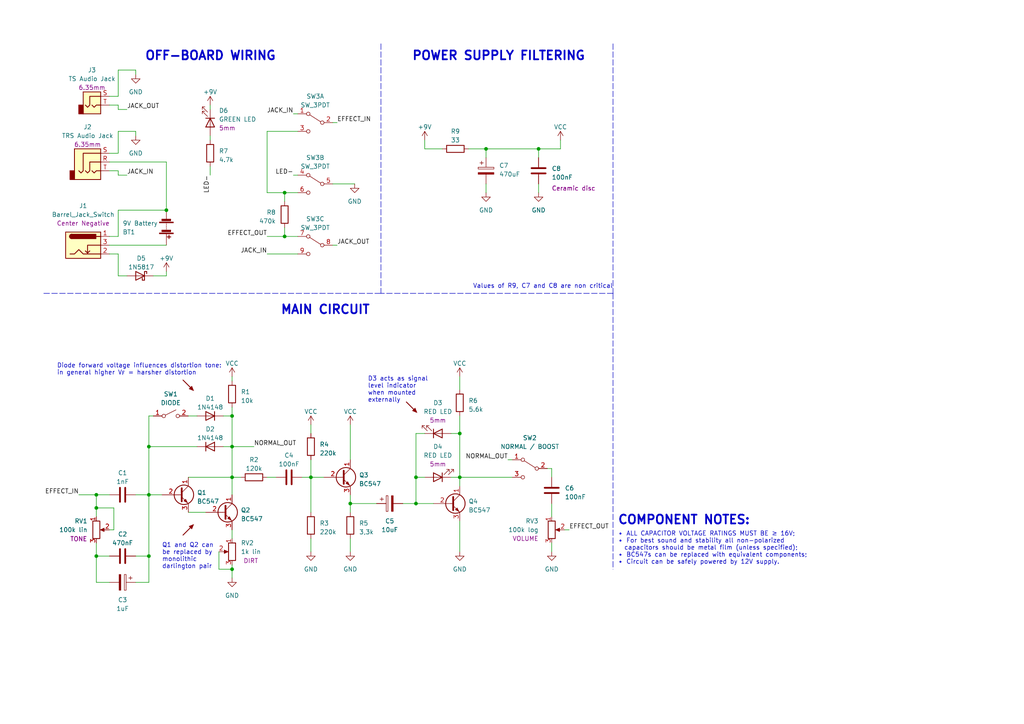
<source format=kicad_sch>
(kicad_sch (version 20230121) (generator eeschema)
  (paper "A4")
  (title_block (title "Overdrive -> Distortion -> Fuzz Pedal") (date "2023-07-02") (rev "1") (comment 1 "of guitar distortion effect (overdrive, distortion and fuzz)") (comment 2 "Guitar effects pedal that tries to emulate the three main categories"))
  (lib_symbols
    (symbol "Connector:Barrel_Jack_Switch" (pin_names hide)
      (property "Reference" "J" (at 0 5.334 0))
      (property "Value" "Barrel_Jack_Switch" (at 0 -5.08 0))
      (symbol "Barrel_Jack_Switch_0_1"
        (rectangle (start -5.08 3.81) (end 5.08 -3.81) (stroke (width 0.254)) (fill (type background)))
        (arc (start -3.302 3.175) (mid -3.9343 2.54) (end -3.302 1.905) (stroke (width 0.254)))
        (arc (start -3.302 3.175) (mid -3.9343 2.54) (end -3.302 1.905) (stroke (width 0.254)) (fill (type outline)))
        (polyline (pts (xy 1.27 -2.286) (xy 1.905 -1.651)) (stroke (width 0.254)))
        (polyline (pts (xy 5.08 2.54) (xy 3.81 2.54)) (stroke (width 0.254)))
        (polyline (pts (xy 5.08 0) (xy 1.27 0) (xy 1.27 -2.286) (xy 0.635 -1.651)) (stroke (width 0.254)))
        (polyline (pts (xy -3.81 -2.54) (xy -2.54 -2.54) (xy -1.27 -1.27) (xy 0 -2.54) (xy 2.54 -2.54) (xy 5.08 -2.54)) (stroke (width 0.254)))
        (rectangle (start 3.683 3.175) (end -3.302 1.905) (stroke (width 0.254)) (fill (type outline)))
      )
      (symbol "Barrel_Jack_Switch_1_1"
        (pin passive line (at 7.62 2.54 180) (length 2.54) (name "~") (number "1"))
        (pin passive line (at 7.62 -2.54 180) (length 2.54) (name "~") (number "2"))
        (pin passive line (at 7.62 0 180) (length 2.54) (name "~") (number "3"))
      )
    )
    (symbol "Connector_Audio:AudioJack2"
      (property "Reference" "J" (at 0 8.89 0))
      (property "Value" "AudioJack2" (at 0 6.35 0))
      (symbol "AudioJack2_0_1"
        (rectangle (start -3.81 0) (end -2.54 -2.54) (stroke (width 0.254)) (fill (type outline)))
        (rectangle (start -2.54 3.81) (end 2.54 -2.54) (stroke (width 0.254)) (fill (type background)))
        (polyline (pts (xy 0 0) (xy 0.635 -0.635) (xy 1.27 0) (xy 2.54 0)) (stroke (width 0.254)))
        (polyline (pts (xy 2.54 2.54) (xy -0.635 2.54) (xy -0.635 0) (xy -1.27 -0.635) (xy -1.905 0)) (stroke (width 0.254)))
      )
      (symbol "AudioJack2_1_1"
        (pin passive line (at 5.08 2.54 180) (length 2.54) (name "~") (number "S"))
        (pin passive line (at 5.08 0 180) (length 2.54) (name "~") (number "T"))
      )
    )
    (symbol "Connector_Audio:AudioJack3"
      (property "Reference" "J" (at 0 8.89 0))
      (property "Value" "AudioJack3" (at 0 6.35 0))
      (symbol "AudioJack3_0_1"
        (rectangle (start -5.08 -5.08) (end -6.35 -2.54) (stroke (width 0.254)) (fill (type outline)))
        (polyline (pts (xy 0 -2.54) (xy 0.635 -3.175) (xy 1.27 -2.54) (xy 2.54 -2.54)) (stroke (width 0.254)))
        (polyline (pts (xy -1.905 -2.54) (xy -1.27 -3.175) (xy -0.635 -2.54) (xy -0.635 0) (xy 2.54 0)) (stroke (width 0.254)))
        (polyline (pts (xy 2.54 2.54) (xy -2.54 2.54) (xy -2.54 -2.54) (xy -3.175 -3.175) (xy -3.81 -2.54)) (stroke (width 0.254)))
        (rectangle (start 2.54 3.81) (end -5.08 -5.08) (stroke (width 0.254)) (fill (type background)))
      )
      (symbol "AudioJack3_1_1"
        (pin passive line (at 5.08 0 180) (length 2.54) (name "~") (number "R"))
        (pin passive line (at 5.08 2.54 180) (length 2.54) (name "~") (number "S"))
        (pin passive line (at 5.08 -2.54 180) (length 2.54) (name "~") (number "T"))
      )
    )
    (symbol "Device:Battery" (pin_numbers hide) (pin_names (offset 0) hide)
      (property "Reference" "BT" (at 2.54 2.54 0))
      (property "Value" "Battery" (at 2.54 0 0))
      (symbol "Battery_0_1"
        (rectangle (start -2.032 -1.397) (end 2.032 -1.651) (fill (type outline)))
        (rectangle (start -2.032 1.778) (end 2.032 1.524) (fill (type outline)))
        (rectangle (start -1.3208 -1.9812) (end 1.27 -2.4892) (fill (type outline)))
        (rectangle (start -1.3208 1.1938) (end 1.27 0.6858) (fill (type outline)))
        (polyline (pts (xy 0 -1.524) (xy 0 -1.27)))
        (polyline (pts (xy 0 -1.016) (xy 0 -0.762)))
        (polyline (pts (xy 0 -0.508) (xy 0 -0.254)))
        (polyline (pts (xy 0 0) (xy 0 0.254)))
        (polyline (pts (xy 0 0.508) (xy 0 0.762)))
        (polyline (pts (xy 0 1.778) (xy 0 2.54)))
        (polyline (pts (xy 0.254 2.667) (xy 1.27 2.667)) (stroke (width 0.254)))
        (polyline (pts (xy 0.762 3.175) (xy 0.762 2.159)) (stroke (width 0.254)))
      )
      (symbol "Battery_1_1"
        (pin passive line (at 0 5.08 270) (length 2.54) (name "+") (number "1"))
        (pin passive line (at 0 -5.08 90) (length 2.54) (name "-") (number "2"))
      )
    )
    (symbol "Device:C" (pin_numbers hide) (pin_names (offset 0.254))
      (property "Reference" "C" (at 0.635 2.54 0))
      (property "Value" "C" (at 0.635 -2.54 0))
      (symbol "C_0_1"
        (polyline (pts (xy -2.032 -0.762) (xy 2.032 -0.762)) (stroke (width 0.508)))
        (polyline (pts (xy -2.032 0.762) (xy 2.032 0.762)) (stroke (width 0.508)))
      )
      (symbol "C_1_1"
        (pin passive line (at 0 3.81 270) (length 2.794) (name "~") (number "1"))
        (pin passive line (at 0 -3.81 90) (length 2.794) (name "~") (number "2"))
      )
    )
    (symbol "Device:C_Polarized" (pin_numbers hide) (pin_names (offset 0.254))
      (property "Reference" "C" (at 0.635 2.54 0))
      (property "Value" "C_Polarized" (at 0.635 -2.54 0))
      (symbol "C_Polarized_0_1"
        (rectangle (start -2.286 0.508) (end 2.286 1.016))
        (polyline (pts (xy -1.778 2.286) (xy -0.762 2.286)))
        (polyline (pts (xy -1.27 2.794) (xy -1.27 1.778)))
        (rectangle (start 2.286 -0.508) (end -2.286 -1.016) (fill (type outline)))
      )
      (symbol "C_Polarized_1_1"
        (pin passive line (at 0 3.81 270) (length 2.794) (name "~") (number "1"))
        (pin passive line (at 0 -3.81 90) (length 2.794) (name "~") (number "2"))
      )
    )
    (symbol "Device:D_Schottky" (pin_numbers hide) (pin_names (offset 1.016) hide)
      (property "Reference" "D" (at 0 2.54 0))
      (property "Value" "D_Schottky" (at 0 -2.54 0))
      (symbol "D_Schottky_0_1"
        (polyline (pts (xy 1.27 0) (xy -1.27 0)))
        (polyline (pts (xy 1.27 1.27) (xy 1.27 -1.27) (xy -1.27 0) (xy 1.27 1.27)) (stroke (width 0.254)))
        (polyline (pts (xy -1.905 0.635) (xy -1.905 1.27) (xy -1.27 1.27) (xy -1.27 -1.27) (xy -0.635 -1.27) (xy -0.635 -0.635)) (stroke (width 0.254)))
      )
      (symbol "D_Schottky_1_1"
        (pin passive line (at -3.81 0 0) (length 2.54) (name "K") (number "1"))
        (pin passive line (at 3.81 0 180) (length 2.54) (name "A") (number "2"))
      )
    )
    (symbol "Device:LED" (pin_numbers hide) (pin_names (offset 1.016) hide)
      (property "Reference" "D" (at 0 2.54 0))
      (property "Value" "LED" (at 0 -2.54 0))
      (symbol "LED_0_1"
        (polyline (pts (xy -1.27 -1.27) (xy -1.27 1.27)) (stroke (width 0.254)))
        (polyline (pts (xy -1.27 0) (xy 1.27 0)))
        (polyline (pts (xy 1.27 -1.27) (xy 1.27 1.27) (xy -1.27 0) (xy 1.27 -1.27)) (stroke (width 0.254)))
        (polyline (pts (xy -3.048 -0.762) (xy -4.572 -2.286) (xy -3.81 -2.286) (xy -4.572 -2.286) (xy -4.572 -1.524)))
        (polyline (pts (xy -1.778 -0.762) (xy -3.302 -2.286) (xy -2.54 -2.286) (xy -3.302 -2.286) (xy -3.302 -1.524)))
      )
      (symbol "LED_1_1"
        (pin passive line (at -3.81 0 0) (length 2.54) (name "K") (number "1"))
        (pin passive line (at 3.81 0 180) (length 2.54) (name "A") (number "2"))
      )
    )
    (symbol "Device:R" (pin_numbers hide) (pin_names (offset 0))
      (property "Reference" "R" (at 2.032 0 90))
      (property "Value" "R" (at 0 0 90))
      (symbol "R_0_1"
        (rectangle (start -1.016 -2.54) (end 1.016 2.54) (stroke (width 0.254)))
      )
      (symbol "R_1_1"
        (pin passive line (at 0 3.81 270) (length 1.27) (name "~") (number "1"))
        (pin passive line (at 0 -3.81 90) (length 1.27) (name "~") (number "2"))
      )
    )
    (symbol "Device:R_Potentiometer" (pin_names (offset 1.016) hide)
      (property "Reference" "RV" (at -4.445 0 90))
      (property "Value" "R_Potentiometer" (at -2.54 0 90))
      (symbol "R_Potentiometer_0_1"
        (polyline (pts (xy 2.54 0) (xy 1.524 0)))
        (polyline (pts (xy 1.143 0) (xy 2.286 0.508) (xy 2.286 -0.508) (xy 1.143 0)) (fill (type outline)))
        (rectangle (start 1.016 2.54) (end -1.016 -2.54) (stroke (width 0.254)))
      )
      (symbol "R_Potentiometer_1_1"
        (pin passive line (at 0 3.81 270) (length 1.27) (name "1") (number "1"))
        (pin passive line (at 3.81 0 180) (length 1.27) (name "2") (number "2"))
        (pin passive line (at 0 -3.81 90) (length 1.27) (name "3") (number "3"))
      )
    )
    (symbol "Diode:1N4148" (pin_numbers hide) (pin_names hide)
      (property "Reference" "D" (at 0 2.54 0))
      (property "Value" "1N4148" (at 0 -2.54 0))
      (symbol "1N4148_0_1"
        (polyline (pts (xy -1.27 1.27) (xy -1.27 -1.27)) (stroke (width 0.254)))
        (polyline (pts (xy 1.27 0) (xy -1.27 0)))
        (polyline (pts (xy 1.27 1.27) (xy 1.27 -1.27) (xy -1.27 0) (xy 1.27 1.27)) (stroke (width 0.254)))
      )
      (symbol "1N4148_1_1"
        (pin passive line (at -3.81 0 0) (length 2.54) (name "K") (number "1"))
        (pin passive line (at 3.81 0 180) (length 2.54) (name "A") (number "2"))
      )
    )
    (symbol "Graphic:SYM_Arrow45_Small" (in_bom no) (on_board no)
      (symbol "SYM_Arrow45_Small_0_1"
        (polyline (pts (xy 1.27 -1.27) (xy -1.524 1.524)) (stroke (width 0.254)))
        (polyline (pts (xy 1.524 -1.524) (xy 0.254 -1.016) (xy 1.016 -0.254) (xy 1.524 -1.524)) (fill (type outline)))
      )
    )
    (symbol "Switch:SW_3PDT" (pin_names (offset 0) hide)
      (property "Reference" "SW" (at 0 4.318 0))
      (property "Value" "SW_3PDT" (at 0 -5.08 0))
      (symbol "SW_3PDT_0_0"
        (circle (center -2.032 0) (radius 0.508))
        (circle (center 2.032 -2.54) (radius 0.508))
      )
      (symbol "SW_3PDT_0_1"
        (polyline (pts (xy -1.524 0.254) (xy 1.651 2.286)))
        (circle (center 2.032 2.54) (radius 0.508))
      )
      (symbol "SW_3PDT_1_1"
        (pin passive line (at 5.08 2.54 180) (length 2.54) (name "A") (number "1"))
        (pin passive line (at -5.08 0 0) (length 2.54) (name "B") (number "2"))
        (pin passive line (at 5.08 -2.54 180) (length 2.54) (name "C") (number "3"))
      )
      (symbol "SW_3PDT_2_1"
        (pin passive line (at 5.08 2.54 180) (length 2.54) (name "A") (number "4"))
        (pin passive line (at -5.08 0 0) (length 2.54) (name "B") (number "5"))
        (pin passive line (at 5.08 -2.54 180) (length 2.54) (name "C") (number "6"))
      )
      (symbol "SW_3PDT_3_1"
        (pin passive line (at 5.08 2.54 180) (length 2.54) (name "A") (number "7"))
        (pin passive line (at -5.08 0 0) (length 2.54) (name "B") (number "8"))
        (pin passive line (at 5.08 -2.54 180) (length 2.54) (name "C") (number "9"))
      )
    )
    (symbol "Switch:SW_SPDT" (pin_names (offset 0) hide)
      (property "Reference" "SW" (at 0 4.318 0))
      (property "Value" "SW_SPDT" (at 0 -5.08 0))
      (symbol "SW_SPDT_0_0"
        (circle (center -2.032 0) (radius 0.508))
        (circle (center 2.032 -2.54) (radius 0.508))
      )
      (symbol "SW_SPDT_0_1"
        (polyline (pts (xy -1.524 0.254) (xy 1.651 2.286)))
        (circle (center 2.032 2.54) (radius 0.508))
      )
      (symbol "SW_SPDT_1_1"
        (pin passive line (at 5.08 2.54 180) (length 2.54) (name "A") (number "1"))
        (pin passive line (at -5.08 0 0) (length 2.54) (name "B") (number "2"))
        (pin passive line (at 5.08 -2.54 180) (length 2.54) (name "C") (number "3"))
      )
    )
    (symbol "Switch:SW_SPST" (pin_names (offset 0) hide)
      (property "Reference" "SW" (at 0 3.175 0))
      (property "Value" "SW_SPST" (at 0 -2.54 0))
      (symbol "SW_SPST_0_0"
        (circle (center -2.032 0) (radius 0.508))
        (polyline (pts (xy -1.524 0.254) (xy 1.524 1.778)))
        (circle (center 2.032 0) (radius 0.508))
      )
      (symbol "SW_SPST_1_1"
        (pin passive line (at -5.08 0 0) (length 2.54) (name "A") (number "1"))
        (pin passive line (at 5.08 0 180) (length 2.54) (name "B") (number "2"))
      )
    )
    (symbol "Transistor_BJT:BC547" (pin_names (offset 0) hide)
      (property "Reference" "Q" (at 5.08 1.905 0))
      (property "Value" "BC547" (at 5.08 0 0))
      (symbol "BC547_0_1"
        (polyline (pts (xy 0 0) (xy 0.635 0)))
        (polyline (pts (xy 0.635 0.635) (xy 2.54 2.54)))
        (polyline (pts (xy 0.635 -0.635) (xy 2.54 -2.54) (xy 2.54 -2.54)))
        (polyline (pts (xy 0.635 1.905) (xy 0.635 -1.905) (xy 0.635 -1.905)) (stroke (width 0.508)))
        (polyline (pts (xy 1.27 -1.778) (xy 1.778 -1.27) (xy 2.286 -2.286) (xy 1.27 -1.778) (xy 1.27 -1.778)) (fill (type outline)))
        (circle (center 1.27 0) (radius 2.8194) (stroke (width 0.254)))
      )
      (symbol "BC547_1_1"
        (pin passive line (at 2.54 5.08 270) (length 2.54) (name "C") (number "1"))
        (pin input line (at -5.08 0 0) (length 5.08) (name "B") (number "2"))
        (pin passive line (at 2.54 -5.08 90) (length 2.54) (name "E") (number "3"))
      )
    )
    (symbol "power:+9V" (power) (pin_names (offset 0))
      (property "Value" "+9V" (at 0 3.556 0))
      (symbol "+9V_0_1"
        (polyline (pts (xy -0.762 1.27) (xy 0 2.54)))
        (polyline (pts (xy 0 0) (xy 0 2.54)))
        (polyline (pts (xy 0 2.54) (xy 0.762 1.27)))
      )
      (symbol "+9V_1_1"
        (pin power_in line (at 0 0 90) (length 0) hide (name "+9V") (number "1"))
      )
    )
    (symbol "power:GND" (power) (pin_names (offset 0))
      (property "Value" "GND" (at 0 -3.81 0))
      (symbol "GND_0_1"
        (polyline (pts (xy 0 0) (xy 0 -1.27) (xy 1.27 -1.27) (xy 0 -2.54) (xy -1.27 -1.27) (xy 0 -1.27)))
      )
      (symbol "GND_1_1"
        (pin power_in line (at 0 0 270) (length 0) hide (name "GND") (number "1"))
      )
    )
    (symbol "power:VCC" (power) (pin_names (offset 0))
      (property "Value" "VCC" (at 0 3.81 0))
      (symbol "VCC_0_1"
        (polyline (pts (xy -0.762 1.27) (xy 0 2.54)))
        (polyline (pts (xy 0 0) (xy 0 2.54)))
        (polyline (pts (xy 0 2.54) (xy 0.762 1.27)))
      )
      (symbol "VCC_1_1"
        (pin power_in line (at 0 0 90) (length 0) hide (name "VCC") (number "1"))
      )
    )
  )
  (junction (at 67.31 120.65))
  (junction (at 120.65 146.05))
  (junction (at 140.97 43.18))
  (junction (at 67.31 165.1))
  (junction (at 27.94 161.29))
  (junction (at 82.55 68.58))
  (junction (at 48.26 60.96))
  (junction (at 27.94 143.51))
  (junction (at 67.31 138.43))
  (junction (at 43.18 143.51))
  (junction (at 82.55 55.88))
  (junction (at 43.18 129.54))
  (junction (at 67.31 129.54))
  (junction (at 133.35 138.43))
  (junction (at 156.21 43.18))
  (junction (at 27.94 147.32))
  (junction (at 120.65 138.43))
  (junction (at 43.18 161.29))
  (junction (at 90.17 138.43))
  (junction (at 133.35 125.73))
  (junction (at 101.6 146.05))
  (wire (pts (xy 39.37 161.29) (xy 43.18 161.29)))
  (wire (pts (xy 64.77 120.65) (xy 67.31 120.65)))
  (wire (pts (xy 67.31 143.51) (xy 67.31 138.43)))
  (wire (pts (xy 44.45 120.65) (xy 43.18 120.65)))
  (wire (pts (xy 77.47 68.58) (xy 82.55 68.58)))
  (wire (pts (xy 133.35 138.43) (xy 148.59 138.43)))
  (wire (pts (xy 43.18 161.29) (xy 43.18 143.51)))
  (wire (pts (xy 31.75 44.45) (xy 34.29 44.45)))
  (wire (pts (xy 101.6 123.19) (xy 101.6 133.35)))
  (wire (pts (xy 163.83 153.67) (xy 165.1 153.67)))
  (wire (pts (xy 34.29 31.75) (xy 34.29 30.48)))
  (wire (pts (xy 67.31 129.54) (xy 73.66 129.54)))
  (wire (pts (xy 34.29 38.1) (xy 39.37 38.1)))
  (wire (pts (xy 27.94 147.32) (xy 27.94 149.86)))
  (wire (pts (xy 120.65 138.43) (xy 120.65 146.05)))
  (wire (pts (xy 77.47 38.1) (xy 77.47 55.88)))
  (polyline (pts (xy 110.49 12.7) (xy 110.49 85.09)) (stroke (width 0) (type dash)))
  (wire (pts (xy 116.84 146.05) (xy 120.65 146.05)))
  (wire (pts (xy 34.29 60.96) (xy 48.26 60.96)))
  (wire (pts (xy 133.35 138.43) (xy 133.35 140.97)))
  (wire (pts (xy 57.15 129.54) (xy 43.18 129.54)))
  (wire (pts (xy 97.79 35.56) (xy 96.52 35.56)))
  (wire (pts (xy 133.35 120.65) (xy 133.35 125.73)))
  (wire (pts (xy 54.61 148.59) (xy 59.69 148.59)))
  (wire (pts (xy 34.29 60.96) (xy 34.29 68.58)))
  (wire (pts (xy 140.97 53.34) (xy 140.97 55.88)))
  (wire (pts (xy 60.96 48.26) (xy 60.96 50.8)))
  (wire (pts (xy 67.31 110.49) (xy 67.31 109.22)))
  (wire (pts (xy 130.81 125.73) (xy 133.35 125.73)))
  (wire (pts (xy 67.31 138.43) (xy 54.61 138.43)))
  (wire (pts (xy 33.02 147.32) (xy 27.94 147.32)))
  (wire (pts (xy 34.29 50.8) (xy 34.29 49.53)))
  (wire (pts (xy 133.35 109.22) (xy 133.35 113.03)))
  (wire (pts (xy 31.75 153.67) (xy 33.02 153.67)))
  (polyline (pts (xy 177.8 85.09) (xy 177.8 165.1)) (stroke (width 0) (type dash)))
  (wire (pts (xy 39.37 20.32) (xy 39.37 21.59)))
  (wire (pts (xy 43.18 129.54) (xy 43.18 143.51)))
  (wire (pts (xy 36.83 31.75) (xy 34.29 31.75)))
  (wire (pts (xy 156.21 53.34) (xy 156.21 55.88)))
  (wire (pts (xy 34.29 80.01) (xy 36.83 80.01)))
  (wire (pts (xy 34.29 44.45) (xy 34.29 38.1)))
  (polyline (pts (xy 177.8 85.09) (xy 110.49 85.09)) (stroke (width 0) (type dash)))
  (wire (pts (xy 67.31 129.54) (xy 67.31 138.43)))
  (wire (pts (xy 27.94 143.51) (xy 31.75 143.51)))
  (wire (pts (xy 67.31 118.11) (xy 67.31 120.65)))
  (wire (pts (xy 123.19 125.73) (xy 120.65 125.73)))
  (wire (pts (xy 82.55 58.42) (xy 82.55 55.88)))
  (wire (pts (xy 27.94 168.91) (xy 27.94 161.29)))
  (wire (pts (xy 90.17 138.43) (xy 90.17 148.59)))
  (wire (pts (xy 101.6 146.05) (xy 109.22 146.05)))
  (wire (pts (xy 60.96 39.37) (xy 60.96 40.64)))
  (wire (pts (xy 90.17 123.19) (xy 90.17 125.73)))
  (wire (pts (xy 63.5 165.1) (xy 63.5 160.02)))
  (wire (pts (xy 101.6 156.21) (xy 101.6 160.02)))
  (wire (pts (xy 85.09 50.8) (xy 86.36 50.8)))
  (wire (pts (xy 133.35 125.73) (xy 133.35 138.43)))
  (wire (pts (xy 96.52 53.34) (xy 102.87 53.34)))
  (wire (pts (xy 34.29 27.94) (xy 34.29 20.32)))
  (wire (pts (xy 67.31 153.67) (xy 67.31 156.21)))
  (wire (pts (xy 48.26 46.99) (xy 48.26 60.96)))
  (wire (pts (xy 31.75 73.66) (xy 34.29 73.66)))
  (wire (pts (xy 90.17 138.43) (xy 93.98 138.43)))
  (wire (pts (xy 140.97 43.18) (xy 156.21 43.18)))
  (wire (pts (xy 101.6 146.05) (xy 101.6 143.51)))
  (wire (pts (xy 48.26 78.74) (xy 48.26 80.01)))
  (wire (pts (xy 82.55 68.58) (xy 86.36 68.58)))
  (wire (pts (xy 77.47 73.66) (xy 86.36 73.66)))
  (wire (pts (xy 36.83 50.8) (xy 34.29 50.8)))
  (wire (pts (xy 130.81 138.43) (xy 133.35 138.43)))
  (wire (pts (xy 77.47 55.88) (xy 82.55 55.88)))
  (wire (pts (xy 31.75 27.94) (xy 34.29 27.94)))
  (wire (pts (xy 147.32 133.35) (xy 148.59 133.35)))
  (wire (pts (xy 22.86 143.51) (xy 27.94 143.51)))
  (polyline (pts (xy 12.7 85.09) (xy 110.49 85.09)) (stroke (width 0) (type dash)))
  (wire (pts (xy 31.75 71.12) (xy 48.26 71.12)))
  (wire (pts (xy 43.18 120.65) (xy 43.18 129.54)))
  (wire (pts (xy 27.94 168.91) (xy 31.75 168.91)))
  (wire (pts (xy 90.17 133.35) (xy 90.17 138.43)))
  (wire (pts (xy 31.75 30.48) (xy 34.29 30.48)))
  (wire (pts (xy 67.31 163.83) (xy 67.31 165.1)))
  (wire (pts (xy 67.31 165.1) (xy 63.5 165.1)))
  (wire (pts (xy 133.35 151.13) (xy 133.35 160.02)))
  (wire (pts (xy 120.65 125.73) (xy 120.65 138.43)))
  (wire (pts (xy 156.21 43.18) (xy 162.56 43.18)))
  (wire (pts (xy 120.65 138.43) (xy 123.19 138.43)))
  (wire (pts (xy 43.18 143.51) (xy 46.99 143.51)))
  (wire (pts (xy 160.02 157.48) (xy 160.02 160.02)))
  (wire (pts (xy 67.31 165.1) (xy 67.31 167.64)))
  (wire (pts (xy 43.18 143.51) (xy 39.37 143.51)))
  (wire (pts (xy 33.02 153.67) (xy 33.02 147.32)))
  (wire (pts (xy 96.52 71.12) (xy 97.79 71.12)))
  (wire (pts (xy 34.29 73.66) (xy 34.29 80.01)))
  (wire (pts (xy 90.17 156.21) (xy 90.17 160.02)))
  (wire (pts (xy 43.18 161.29) (xy 43.18 168.91)))
  (wire (pts (xy 85.09 33.02) (xy 86.36 33.02)))
  (wire (pts (xy 160.02 146.05) (xy 160.02 149.86)))
  (polyline (pts (xy 177.8 12.7) (xy 177.8 85.09)) (stroke (width 0) (type dash)))
  (wire (pts (xy 120.65 146.05) (xy 125.73 146.05)))
  (wire (pts (xy 27.94 157.48) (xy 27.94 161.29)))
  (wire (pts (xy 77.47 138.43) (xy 80.01 138.43)))
  (wire (pts (xy 162.56 40.64) (xy 162.56 43.18)))
  (wire (pts (xy 39.37 168.91) (xy 43.18 168.91)))
  (wire (pts (xy 34.29 49.53) (xy 31.75 49.53)))
  (wire (pts (xy 123.19 40.64) (xy 123.19 43.18)))
  (wire (pts (xy 44.45 80.01) (xy 48.26 80.01)))
  (wire (pts (xy 39.37 38.1) (xy 39.37 39.37)))
  (wire (pts (xy 140.97 43.18) (xy 135.89 43.18)))
  (wire (pts (xy 156.21 45.72) (xy 156.21 43.18)))
  (wire (pts (xy 82.55 55.88) (xy 86.36 55.88)))
  (wire (pts (xy 86.36 38.1) (xy 77.47 38.1)))
  (wire (pts (xy 140.97 45.72) (xy 140.97 43.18)))
  (wire (pts (xy 101.6 148.59) (xy 101.6 146.05)))
  (wire (pts (xy 160.02 135.89) (xy 158.75 135.89)))
  (wire (pts (xy 27.94 143.51) (xy 27.94 147.32)))
  (wire (pts (xy 128.27 43.18) (xy 123.19 43.18)))
  (wire (pts (xy 64.77 129.54) (xy 67.31 129.54)))
  (wire (pts (xy 160.02 138.43) (xy 160.02 135.89)))
  (wire (pts (xy 54.61 120.65) (xy 57.15 120.65)))
  (wire (pts (xy 34.29 20.32) (xy 39.37 20.32)))
  (wire (pts (xy 31.75 46.99) (xy 48.26 46.99)))
  (wire (pts (xy 60.96 30.48) (xy 60.96 31.75)))
  (wire (pts (xy 67.31 138.43) (xy 69.85 138.43)))
  (wire (pts (xy 82.55 68.58) (xy 82.55 66.04)))
  (wire (pts (xy 27.94 161.29) (xy 31.75 161.29)))
  (wire (pts (xy 87.63 138.43) (xy 90.17 138.43)))
  (wire (pts (xy 67.31 120.65) (xy 67.31 129.54)))
  (wire (pts (xy 34.29 68.58) (xy 31.75 68.58)))
  (text "COMPONENT NOTES:" (at 179.07 152.4 0) (effects (font (size 2.54 2.54) (thickness 0.508) bold) (justify left bottom)))
  (text "OFF-BOARD WIRING" (at 41.91 17.78 0) (effects (font (size 2.54 2.54) (thickness 0.508) bold) (justify left bottom)))
  (text "MAIN CIRCUIT" (at 81.28 91.44 0) (effects (font (size 2.54 2.54) (thickness 0.508) bold) (justify left bottom)))
  (text "Diode forward voltage influences distortion tone:\nin general higher V_{F} = harsher distortion\n\n\n" (at 16.51 113.03 0) (effects (font (size 1.27 1.27)) (justify left bottom)))
  (text "Q1 and Q2 can\nbe replaced by\nmonolithic\ndarlington pair" (at 46.99 165.1 0) (effects (font (size 1.27 1.27)) (justify left bottom)))
  (text "Values of R9, C7 and C8 are non critical" (at 137.16 83.82 0) (effects (font (size 1.27 1.27)) (justify left bottom)))
  (text "POWER SUPPLY FILTERING" (at 119.38 17.78 0) (effects (font (size 2.54 2.54) (thickness 0.508) bold) (justify left bottom)))
  (text "• ALL CAPACITOR VOLTAGE RATINGS MUST BE ≥ 16V;\n• For best sound and stability all non-polarized\n  capacitors should be metal film (unless specified);\n• BC547s can be replaced with equivalent components;\n• Circuit can be safely powered by 12V supply.\n" (at 179.07 163.83 0) (effects (font (size 1.27 1.27)) (justify left bottom)))
  (text "D3 acts as signal\nlevel indicator\nwhen mounted\nexternally" (at 106.68 116.84 0) (effects (font (size 1.27 1.27)) (justify left bottom)))
  (label "JACK_OUT" (at 36.83 31.75 0))
  (label "LED-" (at 85.09 50.8 180))
  (label "JACK_IN" (at 77.47 73.66 180))
  (label "JACK_OUT" (at 97.79 71.12 0))
  (label "JACK_IN" (at 36.83 50.8 0))
  (label "LED-" (at 60.96 50.8 270))
  (label "EFFECT_OUT" (at 165.1 153.67 0))
  (label "NORMAL_OUT" (at 73.66 129.54 0))
  (label "EFFECT_OUT" (at 77.47 68.58 180))
  (label "NORMAL_OUT" (at 147.32 133.35 180))
  (label "EFFECT_IN" (at 97.79 35.56 0))
  (label "EFFECT_IN" (at 22.86 143.51 180))
  (label "JACK_IN" (at 85.09 33.02 180))
  (symbol (lib_id "Device:R") (at 133.35 116.84 0) (unit 1)
    (property "Reference" "R6" (at 135.89 116.205 0) (effects (justify left)))
    (property "Value" "5.6k" (at 135.89 118.745 0) (effects (justify left)))
  )
  (symbol (lib_id "power:VCC") (at 133.35 109.22 0) (unit 1)
    (property "Reference" "#PWR017" (effects hide))
    (property "Value" "VCC" (at 133.35 105.41 0))
  )
  (symbol (lib_id "Graphic:SYM_Arrow45_Small") (at 119.38 118.11 0) (unit 1) (in_bom no) (on_board no)
    (property "Reference" "#SYM1" (effects hide))
    (property "Value" "SYM_Arrow45_Small" (effects hide))
    (property "Sim.Enable" "0" (effects hide))
  )
  (symbol (lib_id "power:GND") (at 133.35 160.02 0) (unit 1)
    (property "Reference" "#PWR016" (effects hide))
    (property "Value" "GND" (at 133.35 165.1 0))
  )
  (symbol (lib_id "Transistor_BJT:BC547") (at 52.07 143.51 0) (unit 1)
    (property "Reference" "Q1" (at 57.15 142.875 0) (effects (justify left)))
    (property "Value" "BC547" (at 57.15 145.415 0) (effects (justify left)))
    (property "Footprint" "Package_TO_SOT_THT:TO-92_Inline" (effects hide))
    (property "Datasheet" "https://www.onsemi.com/pub/Collateral/BC550-D.pdf" (effects hide))
  )
  (symbol (lib_id "power:VCC") (at 101.6 123.19 0) (unit 1)
    (property "Reference" "#PWR014" (effects hide))
    (property "Value" "VCC" (at 101.6 119.38 0))
  )
  (symbol (lib_id "power:+9V") (at 48.26 78.74 0) (unit 1)
    (property "Reference" "#PWR02" (effects hide))
    (property "Value" "+9V" (at 48.26 74.93 0))
  )
  (symbol (lib_id "Device:R_Potentiometer") (at 27.94 153.67 0) (unit 1)
    (property "Reference" "RV1" (at 25.4 151.13 0) (effects (justify right)))
    (property "Value" "100k lin" (at 25.4 153.67 0) (effects (justify right)))
    (property "Control" "TONE" (at 20.32 155.575 0) (effects (justify left top)))
  )
  (symbol (lib_id "Diode:1N4148") (at 60.96 120.65 0) (mirror y) (unit 1)
    (property "Reference" "D1" (at 60.96 115.57 0))
    (property "Value" "1N4148" (at 60.96 118.11 0))
    (property "Footprint" "Diode_THT:D_DO-35_SOD27_P7.62mm_Horizontal" (effects hide))
    (property "Datasheet" "https://assets.nexperia.com/documents/data-sheet/1N4148_1N4448.pdf" (effects hide))
    (property "Sim.Device" "D" (effects hide))
    (property "Sim.Pins" "1=K 2=A" (effects hide))
  )
  (symbol (lib_id "Device:R") (at 67.31 114.3 0) (unit 1)
    (property "Reference" "R1" (at 69.85 113.665 0) (effects (justify left)))
    (property "Value" "10k" (at 69.85 116.205 0) (effects (justify left)))
  )
  (symbol (lib_id "Switch:SW_SPDT") (at 153.67 135.89 0) (mirror y) (unit 1)
    (property "Reference" "SW2" (at 153.67 127 0))
    (property "Value" "NORMAL / BOOST" (at 153.67 129.54 0))
  )
  (symbol (lib_id "power:GND") (at 140.97 55.88 0) (unit 1)
    (property "Reference" "#PWR08" (effects hide))
    (property "Value" "GND" (at 140.97 60.96 0))
  )
  (symbol (lib_id "Connector:Barrel_Jack_Switch") (at 24.13 71.12 0) (unit 1) (on_board no)
    (property "Reference" "J1" (at 24.13 59.69 0))
    (property "Value" "Barrel_Jack_Switch" (at 24.13 62.23 0))
    (property "Polarity" "Center Negative" (at 24.13 64.77 0))
  )
  (symbol (lib_id "Device:R") (at 101.6 152.4 0) (unit 1)
    (property "Reference" "R5" (at 104.14 151.765 0) (effects (justify left)))
    (property "Value" "3,3k" (at 104.14 154.305 0) (effects (justify left)))
  )
  (symbol (lib_id "Device:C") (at 83.82 138.43 90) (unit 1)
    (property "Reference" "C4" (at 83.82 132.08 90))
    (property "Value" "100nF" (at 83.82 134.62 90))
  )
  (symbol (lib_id "Switch:SW_3PDT") (at 91.44 71.12 0) (mirror y) (unit 3) (on_board no)
    (property "Reference" "SW3" (at 91.44 63.5 0))
    (property "Value" "SW_3PDT" (at 91.44 66.04 0))
  )
  (symbol (lib_id "power:GND") (at 39.37 21.59 0) (unit 1)
    (property "Reference" "#PWR04" (effects hide))
    (property "Value" "GND" (at 39.37 26.67 0))
  )
  (symbol (lib_id "Device:C_Polarized") (at 113.03 146.05 90) (mirror x) (unit 1)
    (property "Reference" "C5" (at 113.03 151.13 90))
    (property "Value" "10uF" (at 113.03 153.67 90))
  )
  (symbol (lib_id "Device:R") (at 60.96 44.45 0) (unit 1) (on_board no)
    (property "Reference" "R7" (at 63.5 43.815 0) (effects (justify left)))
    (property "Value" "4.7k" (at 63.5 46.355 0) (effects (justify left)))
  )
  (symbol (lib_id "Transistor_BJT:BC547") (at 130.81 146.05 0) (unit 1)
    (property "Reference" "Q4" (at 135.89 145.415 0) (effects (justify left)))
    (property "Value" "BC547" (at 135.89 147.955 0) (effects (justify left)))
    (property "Footprint" "Package_TO_SOT_THT:TO-92_Inline" (effects hide))
    (property "Datasheet" "https://www.onsemi.com/pub/Collateral/BC550-D.pdf" (effects hide))
  )
  (symbol (lib_id "Switch:SW_3PDT") (at 91.44 53.34 0) (mirror y) (unit 2) (on_board no)
    (property "Reference" "SW3" (at 91.44 45.72 0))
    (property "Value" "SW_3PDT" (at 91.44 48.26 0))
  )
  (symbol (lib_id "Device:LED") (at 127 125.73 0) (mirror x) (unit 1)
    (property "Reference" "D3" (at 127 116.84 0))
    (property "Value" "RED LED" (at 127 119.38 0))
    (property "Size" "5mm" (at 127 121.92 0))
  )
  (symbol (lib_id "Device:R") (at 82.55 62.23 0) (mirror y) (unit 1) (on_board no)
    (property "Reference" "R8" (at 80.01 61.595 0) (effects (justify left)))
    (property "Value" "470k" (at 80.01 64.135 0) (effects (justify left)))
  )
  (symbol (lib_id "power:GND") (at 90.17 160.02 0) (unit 1)
    (property "Reference" "#PWR013" (effects hide))
    (property "Value" "GND" (at 90.17 165.1 0))
  )
  (symbol (lib_id "Device:D_Schottky") (at 40.64 80.01 0) (mirror y) (unit 1)
    (property "Reference" "D5" (at 40.9575 74.93 0))
    (property "Value" "1N5817" (at 40.9575 77.47 0))
  )
  (symbol (lib_id "power:+9V") (at 60.96 30.48 0) (unit 1)
    (property "Reference" "#PWR05" (effects hide))
    (property "Value" "+9V" (at 60.96 26.67 0))
  )
  (symbol (lib_id "Device:C") (at 160.02 142.24 180) (unit 1)
    (property "Reference" "C6" (at 163.83 141.605 0) (effects (justify right)))
    (property "Value" "100nF" (at 163.83 144.145 0) (effects (justify right)))
  )
  (symbol (lib_id "Device:R_Potentiometer") (at 160.02 153.67 0) (unit 1)
    (property "Reference" "RV3" (at 156.21 151.13 0) (effects (justify right)))
    (property "Value" "100k log" (at 156.21 153.67 0) (effects (justify right)))
    (property "Control" "VOLUME" (at 156.21 156.21 0) (effects (justify right)))
  )
  (symbol (lib_id "Device:LED") (at 60.96 35.56 270) (unit 1) (on_board no)
    (property "Reference" "D6" (at 63.5 32.0675 90) (effects (justify left)))
    (property "Value" "GREEN LED" (at 63.5 34.6075 90) (effects (justify left)))
    (property "Size" "5mm" (at 63.5 37.1475 90) (effects (justify left)))
  )
  (symbol (lib_id "power:GND") (at 67.31 167.64 0) (unit 1)
    (property "Reference" "#PWR010" (effects hide))
    (property "Value" "GND" (at 67.31 172.72 0))
  )
  (symbol (lib_id "power:GND") (at 156.21 55.88 0) (unit 1)
    (property "Reference" "#PWR09" (effects hide))
    (property "Value" "GND" (at 156.21 60.96 0))
  )
  (symbol (lib_id "Graphic:SYM_Arrow45_Small") (at 54.61 111.76 0) (unit 1) (in_bom no) (on_board no)
    (property "Reference" "#SYM2" (effects hide))
    (property "Value" "SYM_Arrow45_Small" (effects hide))
    (property "Sim.Enable" "0" (effects hide))
  )
  (symbol (lib_id "Device:R") (at 90.17 129.54 0) (unit 1)
    (property "Reference" "R4" (at 92.71 128.905 0) (effects (justify left)))
    (property "Value" "220k" (at 92.71 131.445 0) (effects (justify left)))
  )
  (symbol (lib_id "Diode:1N4148") (at 60.96 129.54 0) (unit 1)
    (property "Reference" "D2" (at 60.96 124.46 0))
    (property "Value" "1N4148" (at 60.96 127 0))
    (property "Footprint" "Diode_THT:D_DO-35_SOD27_P7.62mm_Horizontal" (effects hide))
    (property "Datasheet" "https://assets.nexperia.com/documents/data-sheet/1N4148_1N4448.pdf" (effects hide))
    (property "Sim.Device" "D" (effects hide))
    (property "Sim.Pins" "1=K 2=A" (effects hide))
  )
  (symbol (lib_id "Connector_Audio:AudioJack3") (at 26.67 46.99 0) (unit 1) (on_board no)
    (property "Reference" "J2" (at 25.4 36.83 0))
    (property "Value" "TRS Audio Jack" (at 25.4 39.37 0))
    (property "Size" "6.35mm" (at 25.4 41.91 0))
  )
  (symbol (lib_id "Transistor_BJT:BC547") (at 99.06 138.43 0) (unit 1)
    (property "Reference" "Q3" (at 104.14 137.795 0) (effects (justify left)))
    (property "Value" "BC547" (at 104.14 140.335 0) (effects (justify left)))
    (property "Footprint" "Package_TO_SOT_THT:TO-92_Inline" (effects hide))
    (property "Datasheet" "https://www.onsemi.com/pub/Collateral/BC550-D.pdf" (effects hide))
  )
  (symbol (lib_id "Device:C_Polarized") (at 140.97 49.53 0) (unit 1)
    (property "Reference" "C7" (at 144.78 48.006 0) (effects (justify left)))
    (property "Value" "470uF" (at 144.78 50.546 0) (effects (justify left)))
  )
  (symbol (lib_id "power:VCC") (at 90.17 123.19 0) (unit 1)
    (property "Reference" "#PWR012" (effects hide))
    (property "Value" "VCC" (at 90.17 119.38 0))
  )
  (symbol (lib_id "power:VCC") (at 67.31 109.22 0) (unit 1)
    (property "Reference" "#PWR011" (effects hide))
    (property "Value" "VCC" (at 67.31 105.41 0))
  )
  (symbol (lib_id "Graphic:SYM_Arrow45_Small") (at 54.61 153.67 90) (unit 1) (in_bom no) (on_board no)
    (property "Reference" "#SYM3" (effects hide))
    (property "Value" "SYM_Arrow45_Small" (effects hide))
    (property "Sim.Enable" "0" (effects hide))
  )
  (symbol (lib_id "Device:Battery") (at 48.26 66.04 0) (mirror x) (unit 1) (in_bom no) (on_board no)
    (property "Reference" "BT1" (at 35.56 67.31 0) (effects (justify left)))
    (property "Value" "9V Battery" (at 35.56 64.77 0) (effects (justify left)))
  )
  (symbol (lib_id "Transistor_BJT:BC547") (at 64.77 148.59 0) (unit 1)
    (property "Reference" "Q2" (at 69.85 147.955 0) (effects (justify left)))
    (property "Value" "BC547" (at 69.85 150.495 0) (effects (justify left)))
    (property "Footprint" "Package_TO_SOT_THT:TO-92_Inline" (effects hide))
    (property "Datasheet" "https://www.onsemi.com/pub/Collateral/BC550-D.pdf" (effects hide))
  )
  (symbol (lib_id "Device:R") (at 73.66 138.43 90) (unit 1)
    (property "Reference" "R2" (at 73.66 133.35 90))
    (property "Value" "120k" (at 73.66 135.89 90))
  )
  (symbol (lib_id "power:GND") (at 160.02 160.02 0) (unit 1)
    (property "Reference" "#PWR018" (effects hide))
    (property "Value" "GND" (at 160.02 165.1 0))
  )
  (symbol (lib_id "power:GND") (at 101.6 160.02 0) (unit 1)
    (property "Reference" "#PWR015" (effects hide))
    (property "Value" "GND" (at 101.6 165.1 0))
  )
  (symbol (lib_id "Device:C") (at 35.56 143.51 90) (unit 1)
    (property "Reference" "C1" (at 35.56 137.16 90))
    (property "Value" "1nF" (at 35.56 139.7 90))
    (property "Footprint" "Capacitor_THT:C_Rect_L7.2mm_W2.5mm_P5.00mm_FKS2_FKP2_MKS2_MKP2" (effects hide))
  )
  (symbol (lib_id "Device:C") (at 35.56 161.29 90) (unit 1)
    (property "Reference" "C2" (at 35.56 154.94 90))
    (property "Value" "470nF" (at 35.56 157.48 90))
    (property "Footprint" "Capacitor_THT:C_Rect_L7.2mm_W4.5mm_P5.00mm_FKS2_FKP2_MKS2_MKP2" (effects hide))
  )
  (symbol (lib_id "Switch:SW_SPST") (at 49.53 120.65 0) (unit 1)
    (property "Reference" "SW1" (at 49.53 114.3 0))
    (property "Value" "DIODE" (at 49.53 116.84 0))
  )
  (symbol (lib_id "Connector_Audio:AudioJack2") (at 26.67 30.48 0) (unit 1) (on_board no)
    (property "Reference" "J3" (at 26.67 20.32 0))
    (property "Value" "TS Audio Jack" (at 26.67 22.86 0))
    (property "Size" "6.35mm" (at 26.67 25.4 0))
  )
  (symbol (lib_id "Switch:SW_3PDT") (at 91.44 35.56 0) (mirror y) (unit 1) (on_board no)
    (property "Reference" "SW3" (at 91.44 27.94 0))
    (property "Value" "SW_3PDT" (at 91.44 30.48 0))
  )
  (symbol (lib_id "power:VCC") (at 162.56 40.64 0) (unit 1)
    (property "Reference" "#PWR07" (effects hide))
    (property "Value" "VCC" (at 162.56 36.83 0))
  )
  (symbol (lib_id "Device:C_Polarized") (at 35.56 168.91 270) (unit 1)
    (property "Reference" "C3" (at 35.56 173.99 90))
    (property "Value" "1uF" (at 35.56 176.53 90))
  )
  (symbol (lib_id "power:GND") (at 39.37 39.37 0) (unit 1)
    (property "Reference" "#PWR01" (effects hide))
    (property "Value" "GND" (at 39.37 44.45 0))
  )
  (symbol (lib_id "power:GND") (at 102.87 53.34 0) (unit 1)
    (property "Reference" "#PWR03" (effects hide))
    (property "Value" "GND" (at 102.87 58.42 0))
  )
  (symbol (lib_id "Device:LED") (at 127 138.43 180) (unit 1)
    (property "Reference" "D4" (at 127 129.54 0))
    (property "Value" "RED LED" (at 127 132.08 0))
    (property "Size" "5mm" (at 127 134.62 0))
  )
  (symbol (lib_id "Device:C") (at 156.21 49.53 0) (unit 1)
    (property "Reference" "C8" (at 160.02 48.895 0) (effects (justify left)))
    (property "Value" "100nF" (at 160.02 51.435 0) (effects (justify left)))
    (property "Material" "Ceramic disc" (at 166.37 54.61 0))
  )
  (symbol (lib_id "Device:R") (at 90.17 152.4 0) (unit 1)
    (property "Reference" "R3" (at 92.71 151.765 0) (effects (justify left)))
    (property "Value" "220k" (at 92.71 154.305 0) (effects (justify left)))
  )
  (symbol (lib_id "Device:R_Potentiometer") (at 67.31 160.02 0) (mirror y) (unit 1)
    (property "Reference" "RV2" (at 69.85 157.48 0) (effects (justify right)))
    (property "Value" "1k lin" (at 69.85 160.02 0) (effects (justify right)))
    (property "Control" "DIRT" (at 74.93 161.925 0) (effects (justify left top)))
  )
  (symbol (lib_id "Device:R") (at 132.08 43.18 90) (unit 1)
    (property "Reference" "R9" (at 132.08 38.1 90))
    (property "Value" "33" (at 132.08 40.64 90))
  )
  (symbol (lib_id "power:+9V") (at 123.19 40.64 0) (unit 1)
    (property "Reference" "#PWR06" (effects hide))
    (property "Value" "+9V" (at 123.19 36.83 0))
  )
)
</source>
